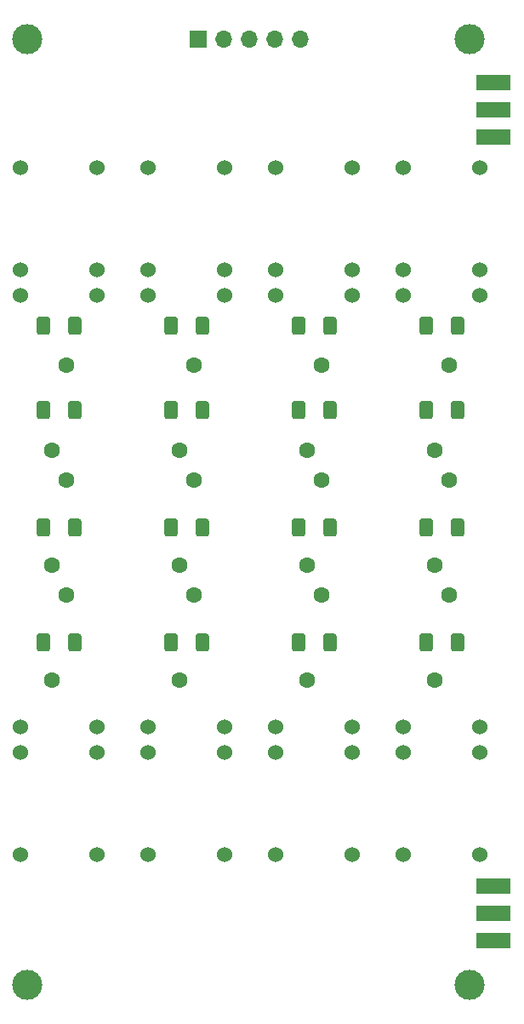
<source format=gbr>
%TF.GenerationSoftware,KiCad,Pcbnew,5.1.9-5.1.9*%
%TF.CreationDate,2021-05-17T13:06:36+03:00*%
%TF.ProjectId,lpf,6c70662e-6b69-4636-9164-5f7063625858,rev?*%
%TF.SameCoordinates,Original*%
%TF.FileFunction,Soldermask,Bot*%
%TF.FilePolarity,Negative*%
%FSLAX46Y46*%
G04 Gerber Fmt 4.6, Leading zero omitted, Abs format (unit mm)*
G04 Created by KiCad (PCBNEW 5.1.9-5.1.9) date 2021-05-17 13:06:36*
%MOMM*%
%LPD*%
G01*
G04 APERTURE LIST*
%ADD10C,3.000000*%
%ADD11C,1.600000*%
%ADD12C,1.524000*%
%ADD13R,3.500000X1.500000*%
%ADD14O,1.700000X1.700000*%
%ADD15R,1.700000X1.700000*%
G04 APERTURE END LIST*
D10*
%TO.C,REF\u002A\u002A*%
X161000000Y-150000000D03*
%TD*%
D11*
%TO.C,L12*%
X157534893Y-119716641D03*
X158949107Y-111231359D03*
%TD*%
%TO.C,L11*%
X144834893Y-119716641D03*
X146249107Y-111231359D03*
%TD*%
%TO.C,L10*%
X132134893Y-119716641D03*
X133549107Y-111231359D03*
%TD*%
%TO.C,L9*%
X119434893Y-119716641D03*
X120849107Y-111231359D03*
%TD*%
%TO.C,L8*%
X157534893Y-108286641D03*
X158949107Y-99801359D03*
%TD*%
%TO.C,L7*%
X144834893Y-108286641D03*
X146249107Y-99801359D03*
%TD*%
%TO.C,L6*%
X132134893Y-108286641D03*
X133549107Y-99801359D03*
%TD*%
%TO.C,L5*%
X119434893Y-108286641D03*
X120849107Y-99801359D03*
%TD*%
%TO.C,L4*%
X157534893Y-96856641D03*
X158949107Y-88371359D03*
%TD*%
%TO.C,L3*%
X144834893Y-96856641D03*
X146249107Y-88371359D03*
%TD*%
%TO.C,L2*%
X132134893Y-96856641D03*
X133549107Y-88371359D03*
%TD*%
%TO.C,L1*%
X119434893Y-96856641D03*
X120849107Y-88371359D03*
%TD*%
D10*
%TO.C,REF\u002A\u002A*%
X117000000Y-150000000D03*
%TD*%
%TO.C,REF\u002A\u002A*%
X161000000Y-56000000D03*
%TD*%
%TO.C,REF\u002A\u002A*%
X117000000Y-56000000D03*
%TD*%
D12*
%TO.C,S8*%
X154432000Y-124380000D03*
X162052000Y-124380000D03*
X162052000Y-126920000D03*
X154432000Y-126920000D03*
X154432000Y-137080000D03*
X162052000Y-137080000D03*
%TD*%
%TO.C,S7*%
X141732000Y-124380000D03*
X149352000Y-124380000D03*
X149352000Y-126920000D03*
X141732000Y-126920000D03*
X141732000Y-137080000D03*
X149352000Y-137080000D03*
%TD*%
%TO.C,S6*%
X129032000Y-124380000D03*
X136652000Y-124380000D03*
X136652000Y-126920000D03*
X129032000Y-126920000D03*
X129032000Y-137080000D03*
X136652000Y-137080000D03*
%TD*%
%TO.C,S5*%
X116332000Y-124380000D03*
X123952000Y-124380000D03*
X123952000Y-126920000D03*
X116332000Y-126920000D03*
X116332000Y-137080000D03*
X123952000Y-137080000D03*
%TD*%
%TO.C,S4*%
X162052000Y-81438000D03*
X154432000Y-81438000D03*
X154432000Y-78898000D03*
X162052000Y-78898000D03*
X162052000Y-68738000D03*
X154432000Y-68738000D03*
%TD*%
%TO.C,S3*%
X149352000Y-81438000D03*
X141732000Y-81438000D03*
X141732000Y-78898000D03*
X149352000Y-78898000D03*
X149352000Y-68738000D03*
X141732000Y-68738000D03*
%TD*%
%TO.C,S2*%
X136652000Y-81438000D03*
X129032000Y-81438000D03*
X129032000Y-78898000D03*
X136652000Y-78898000D03*
X136652000Y-68738000D03*
X129032000Y-68738000D03*
%TD*%
%TO.C,S1*%
X123952000Y-81438000D03*
X116332000Y-81438000D03*
X116332000Y-78898000D03*
X123952000Y-78898000D03*
X123952000Y-68738000D03*
X116332000Y-68738000D03*
%TD*%
D13*
%TO.C,J3*%
X163400000Y-145600000D03*
X163400000Y-140200000D03*
X163400000Y-142900000D03*
%TD*%
%TO.C,J2*%
X163400000Y-65700000D03*
X163400000Y-60300000D03*
X163400000Y-63000000D03*
%TD*%
D14*
%TO.C,J1*%
X144160000Y-56000000D03*
X141620000Y-56000000D03*
X139080000Y-56000000D03*
X136540000Y-56000000D03*
D15*
X134000000Y-56000000D03*
%TD*%
%TO.C,C16*%
G36*
G01*
X159142000Y-116632002D02*
X159142000Y-115331998D01*
G75*
G02*
X159391998Y-115082000I249998J0D01*
G01*
X160217002Y-115082000D01*
G75*
G02*
X160467000Y-115331998I0J-249998D01*
G01*
X160467000Y-116632002D01*
G75*
G02*
X160217002Y-116882000I-249998J0D01*
G01*
X159391998Y-116882000D01*
G75*
G02*
X159142000Y-116632002I0J249998D01*
G01*
G37*
G36*
G01*
X156017000Y-116632002D02*
X156017000Y-115331998D01*
G75*
G02*
X156266998Y-115082000I249998J0D01*
G01*
X157092002Y-115082000D01*
G75*
G02*
X157342000Y-115331998I0J-249998D01*
G01*
X157342000Y-116632002D01*
G75*
G02*
X157092002Y-116882000I-249998J0D01*
G01*
X156266998Y-116882000D01*
G75*
G02*
X156017000Y-116632002I0J249998D01*
G01*
G37*
%TD*%
%TO.C,C15*%
G36*
G01*
X146442000Y-116632002D02*
X146442000Y-115331998D01*
G75*
G02*
X146691998Y-115082000I249998J0D01*
G01*
X147517002Y-115082000D01*
G75*
G02*
X147767000Y-115331998I0J-249998D01*
G01*
X147767000Y-116632002D01*
G75*
G02*
X147517002Y-116882000I-249998J0D01*
G01*
X146691998Y-116882000D01*
G75*
G02*
X146442000Y-116632002I0J249998D01*
G01*
G37*
G36*
G01*
X143317000Y-116632002D02*
X143317000Y-115331998D01*
G75*
G02*
X143566998Y-115082000I249998J0D01*
G01*
X144392002Y-115082000D01*
G75*
G02*
X144642000Y-115331998I0J-249998D01*
G01*
X144642000Y-116632002D01*
G75*
G02*
X144392002Y-116882000I-249998J0D01*
G01*
X143566998Y-116882000D01*
G75*
G02*
X143317000Y-116632002I0J249998D01*
G01*
G37*
%TD*%
%TO.C,C14*%
G36*
G01*
X133742000Y-116632002D02*
X133742000Y-115331998D01*
G75*
G02*
X133991998Y-115082000I249998J0D01*
G01*
X134817002Y-115082000D01*
G75*
G02*
X135067000Y-115331998I0J-249998D01*
G01*
X135067000Y-116632002D01*
G75*
G02*
X134817002Y-116882000I-249998J0D01*
G01*
X133991998Y-116882000D01*
G75*
G02*
X133742000Y-116632002I0J249998D01*
G01*
G37*
G36*
G01*
X130617000Y-116632002D02*
X130617000Y-115331998D01*
G75*
G02*
X130866998Y-115082000I249998J0D01*
G01*
X131692002Y-115082000D01*
G75*
G02*
X131942000Y-115331998I0J-249998D01*
G01*
X131942000Y-116632002D01*
G75*
G02*
X131692002Y-116882000I-249998J0D01*
G01*
X130866998Y-116882000D01*
G75*
G02*
X130617000Y-116632002I0J249998D01*
G01*
G37*
%TD*%
%TO.C,C13*%
G36*
G01*
X121042000Y-116632002D02*
X121042000Y-115331998D01*
G75*
G02*
X121291998Y-115082000I249998J0D01*
G01*
X122117002Y-115082000D01*
G75*
G02*
X122367000Y-115331998I0J-249998D01*
G01*
X122367000Y-116632002D01*
G75*
G02*
X122117002Y-116882000I-249998J0D01*
G01*
X121291998Y-116882000D01*
G75*
G02*
X121042000Y-116632002I0J249998D01*
G01*
G37*
G36*
G01*
X117917000Y-116632002D02*
X117917000Y-115331998D01*
G75*
G02*
X118166998Y-115082000I249998J0D01*
G01*
X118992002Y-115082000D01*
G75*
G02*
X119242000Y-115331998I0J-249998D01*
G01*
X119242000Y-116632002D01*
G75*
G02*
X118992002Y-116882000I-249998J0D01*
G01*
X118166998Y-116882000D01*
G75*
G02*
X117917000Y-116632002I0J249998D01*
G01*
G37*
%TD*%
%TO.C,C12*%
G36*
G01*
X159142000Y-105202002D02*
X159142000Y-103901998D01*
G75*
G02*
X159391998Y-103652000I249998J0D01*
G01*
X160217002Y-103652000D01*
G75*
G02*
X160467000Y-103901998I0J-249998D01*
G01*
X160467000Y-105202002D01*
G75*
G02*
X160217002Y-105452000I-249998J0D01*
G01*
X159391998Y-105452000D01*
G75*
G02*
X159142000Y-105202002I0J249998D01*
G01*
G37*
G36*
G01*
X156017000Y-105202002D02*
X156017000Y-103901998D01*
G75*
G02*
X156266998Y-103652000I249998J0D01*
G01*
X157092002Y-103652000D01*
G75*
G02*
X157342000Y-103901998I0J-249998D01*
G01*
X157342000Y-105202002D01*
G75*
G02*
X157092002Y-105452000I-249998J0D01*
G01*
X156266998Y-105452000D01*
G75*
G02*
X156017000Y-105202002I0J249998D01*
G01*
G37*
%TD*%
%TO.C,C11*%
G36*
G01*
X146442000Y-105202002D02*
X146442000Y-103901998D01*
G75*
G02*
X146691998Y-103652000I249998J0D01*
G01*
X147517002Y-103652000D01*
G75*
G02*
X147767000Y-103901998I0J-249998D01*
G01*
X147767000Y-105202002D01*
G75*
G02*
X147517002Y-105452000I-249998J0D01*
G01*
X146691998Y-105452000D01*
G75*
G02*
X146442000Y-105202002I0J249998D01*
G01*
G37*
G36*
G01*
X143317000Y-105202002D02*
X143317000Y-103901998D01*
G75*
G02*
X143566998Y-103652000I249998J0D01*
G01*
X144392002Y-103652000D01*
G75*
G02*
X144642000Y-103901998I0J-249998D01*
G01*
X144642000Y-105202002D01*
G75*
G02*
X144392002Y-105452000I-249998J0D01*
G01*
X143566998Y-105452000D01*
G75*
G02*
X143317000Y-105202002I0J249998D01*
G01*
G37*
%TD*%
%TO.C,C10*%
G36*
G01*
X133742000Y-105202002D02*
X133742000Y-103901998D01*
G75*
G02*
X133991998Y-103652000I249998J0D01*
G01*
X134817002Y-103652000D01*
G75*
G02*
X135067000Y-103901998I0J-249998D01*
G01*
X135067000Y-105202002D01*
G75*
G02*
X134817002Y-105452000I-249998J0D01*
G01*
X133991998Y-105452000D01*
G75*
G02*
X133742000Y-105202002I0J249998D01*
G01*
G37*
G36*
G01*
X130617000Y-105202002D02*
X130617000Y-103901998D01*
G75*
G02*
X130866998Y-103652000I249998J0D01*
G01*
X131692002Y-103652000D01*
G75*
G02*
X131942000Y-103901998I0J-249998D01*
G01*
X131942000Y-105202002D01*
G75*
G02*
X131692002Y-105452000I-249998J0D01*
G01*
X130866998Y-105452000D01*
G75*
G02*
X130617000Y-105202002I0J249998D01*
G01*
G37*
%TD*%
%TO.C,C9*%
G36*
G01*
X121042000Y-105202002D02*
X121042000Y-103901998D01*
G75*
G02*
X121291998Y-103652000I249998J0D01*
G01*
X122117002Y-103652000D01*
G75*
G02*
X122367000Y-103901998I0J-249998D01*
G01*
X122367000Y-105202002D01*
G75*
G02*
X122117002Y-105452000I-249998J0D01*
G01*
X121291998Y-105452000D01*
G75*
G02*
X121042000Y-105202002I0J249998D01*
G01*
G37*
G36*
G01*
X117917000Y-105202002D02*
X117917000Y-103901998D01*
G75*
G02*
X118166998Y-103652000I249998J0D01*
G01*
X118992002Y-103652000D01*
G75*
G02*
X119242000Y-103901998I0J-249998D01*
G01*
X119242000Y-105202002D01*
G75*
G02*
X118992002Y-105452000I-249998J0D01*
G01*
X118166998Y-105452000D01*
G75*
G02*
X117917000Y-105202002I0J249998D01*
G01*
G37*
%TD*%
%TO.C,C8*%
G36*
G01*
X159142000Y-93518002D02*
X159142000Y-92217998D01*
G75*
G02*
X159391998Y-91968000I249998J0D01*
G01*
X160217002Y-91968000D01*
G75*
G02*
X160467000Y-92217998I0J-249998D01*
G01*
X160467000Y-93518002D01*
G75*
G02*
X160217002Y-93768000I-249998J0D01*
G01*
X159391998Y-93768000D01*
G75*
G02*
X159142000Y-93518002I0J249998D01*
G01*
G37*
G36*
G01*
X156017000Y-93518002D02*
X156017000Y-92217998D01*
G75*
G02*
X156266998Y-91968000I249998J0D01*
G01*
X157092002Y-91968000D01*
G75*
G02*
X157342000Y-92217998I0J-249998D01*
G01*
X157342000Y-93518002D01*
G75*
G02*
X157092002Y-93768000I-249998J0D01*
G01*
X156266998Y-93768000D01*
G75*
G02*
X156017000Y-93518002I0J249998D01*
G01*
G37*
%TD*%
%TO.C,C7*%
G36*
G01*
X146442000Y-93518002D02*
X146442000Y-92217998D01*
G75*
G02*
X146691998Y-91968000I249998J0D01*
G01*
X147517002Y-91968000D01*
G75*
G02*
X147767000Y-92217998I0J-249998D01*
G01*
X147767000Y-93518002D01*
G75*
G02*
X147517002Y-93768000I-249998J0D01*
G01*
X146691998Y-93768000D01*
G75*
G02*
X146442000Y-93518002I0J249998D01*
G01*
G37*
G36*
G01*
X143317000Y-93518002D02*
X143317000Y-92217998D01*
G75*
G02*
X143566998Y-91968000I249998J0D01*
G01*
X144392002Y-91968000D01*
G75*
G02*
X144642000Y-92217998I0J-249998D01*
G01*
X144642000Y-93518002D01*
G75*
G02*
X144392002Y-93768000I-249998J0D01*
G01*
X143566998Y-93768000D01*
G75*
G02*
X143317000Y-93518002I0J249998D01*
G01*
G37*
%TD*%
%TO.C,C6*%
G36*
G01*
X133742000Y-93518002D02*
X133742000Y-92217998D01*
G75*
G02*
X133991998Y-91968000I249998J0D01*
G01*
X134817002Y-91968000D01*
G75*
G02*
X135067000Y-92217998I0J-249998D01*
G01*
X135067000Y-93518002D01*
G75*
G02*
X134817002Y-93768000I-249998J0D01*
G01*
X133991998Y-93768000D01*
G75*
G02*
X133742000Y-93518002I0J249998D01*
G01*
G37*
G36*
G01*
X130617000Y-93518002D02*
X130617000Y-92217998D01*
G75*
G02*
X130866998Y-91968000I249998J0D01*
G01*
X131692002Y-91968000D01*
G75*
G02*
X131942000Y-92217998I0J-249998D01*
G01*
X131942000Y-93518002D01*
G75*
G02*
X131692002Y-93768000I-249998J0D01*
G01*
X130866998Y-93768000D01*
G75*
G02*
X130617000Y-93518002I0J249998D01*
G01*
G37*
%TD*%
%TO.C,C5*%
G36*
G01*
X121042000Y-93518002D02*
X121042000Y-92217998D01*
G75*
G02*
X121291998Y-91968000I249998J0D01*
G01*
X122117002Y-91968000D01*
G75*
G02*
X122367000Y-92217998I0J-249998D01*
G01*
X122367000Y-93518002D01*
G75*
G02*
X122117002Y-93768000I-249998J0D01*
G01*
X121291998Y-93768000D01*
G75*
G02*
X121042000Y-93518002I0J249998D01*
G01*
G37*
G36*
G01*
X117917000Y-93518002D02*
X117917000Y-92217998D01*
G75*
G02*
X118166998Y-91968000I249998J0D01*
G01*
X118992002Y-91968000D01*
G75*
G02*
X119242000Y-92217998I0J-249998D01*
G01*
X119242000Y-93518002D01*
G75*
G02*
X118992002Y-93768000I-249998J0D01*
G01*
X118166998Y-93768000D01*
G75*
G02*
X117917000Y-93518002I0J249998D01*
G01*
G37*
%TD*%
%TO.C,C4*%
G36*
G01*
X159142000Y-85136002D02*
X159142000Y-83835998D01*
G75*
G02*
X159391998Y-83586000I249998J0D01*
G01*
X160217002Y-83586000D01*
G75*
G02*
X160467000Y-83835998I0J-249998D01*
G01*
X160467000Y-85136002D01*
G75*
G02*
X160217002Y-85386000I-249998J0D01*
G01*
X159391998Y-85386000D01*
G75*
G02*
X159142000Y-85136002I0J249998D01*
G01*
G37*
G36*
G01*
X156017000Y-85136002D02*
X156017000Y-83835998D01*
G75*
G02*
X156266998Y-83586000I249998J0D01*
G01*
X157092002Y-83586000D01*
G75*
G02*
X157342000Y-83835998I0J-249998D01*
G01*
X157342000Y-85136002D01*
G75*
G02*
X157092002Y-85386000I-249998J0D01*
G01*
X156266998Y-85386000D01*
G75*
G02*
X156017000Y-85136002I0J249998D01*
G01*
G37*
%TD*%
%TO.C,C3*%
G36*
G01*
X146442000Y-85136002D02*
X146442000Y-83835998D01*
G75*
G02*
X146691998Y-83586000I249998J0D01*
G01*
X147517002Y-83586000D01*
G75*
G02*
X147767000Y-83835998I0J-249998D01*
G01*
X147767000Y-85136002D01*
G75*
G02*
X147517002Y-85386000I-249998J0D01*
G01*
X146691998Y-85386000D01*
G75*
G02*
X146442000Y-85136002I0J249998D01*
G01*
G37*
G36*
G01*
X143317000Y-85136002D02*
X143317000Y-83835998D01*
G75*
G02*
X143566998Y-83586000I249998J0D01*
G01*
X144392002Y-83586000D01*
G75*
G02*
X144642000Y-83835998I0J-249998D01*
G01*
X144642000Y-85136002D01*
G75*
G02*
X144392002Y-85386000I-249998J0D01*
G01*
X143566998Y-85386000D01*
G75*
G02*
X143317000Y-85136002I0J249998D01*
G01*
G37*
%TD*%
%TO.C,C2*%
G36*
G01*
X133742000Y-85136002D02*
X133742000Y-83835998D01*
G75*
G02*
X133991998Y-83586000I249998J0D01*
G01*
X134817002Y-83586000D01*
G75*
G02*
X135067000Y-83835998I0J-249998D01*
G01*
X135067000Y-85136002D01*
G75*
G02*
X134817002Y-85386000I-249998J0D01*
G01*
X133991998Y-85386000D01*
G75*
G02*
X133742000Y-85136002I0J249998D01*
G01*
G37*
G36*
G01*
X130617000Y-85136002D02*
X130617000Y-83835998D01*
G75*
G02*
X130866998Y-83586000I249998J0D01*
G01*
X131692002Y-83586000D01*
G75*
G02*
X131942000Y-83835998I0J-249998D01*
G01*
X131942000Y-85136002D01*
G75*
G02*
X131692002Y-85386000I-249998J0D01*
G01*
X130866998Y-85386000D01*
G75*
G02*
X130617000Y-85136002I0J249998D01*
G01*
G37*
%TD*%
%TO.C,C1*%
G36*
G01*
X121042000Y-85136002D02*
X121042000Y-83835998D01*
G75*
G02*
X121291998Y-83586000I249998J0D01*
G01*
X122117002Y-83586000D01*
G75*
G02*
X122367000Y-83835998I0J-249998D01*
G01*
X122367000Y-85136002D01*
G75*
G02*
X122117002Y-85386000I-249998J0D01*
G01*
X121291998Y-85386000D01*
G75*
G02*
X121042000Y-85136002I0J249998D01*
G01*
G37*
G36*
G01*
X117917000Y-85136002D02*
X117917000Y-83835998D01*
G75*
G02*
X118166998Y-83586000I249998J0D01*
G01*
X118992002Y-83586000D01*
G75*
G02*
X119242000Y-83835998I0J-249998D01*
G01*
X119242000Y-85136002D01*
G75*
G02*
X118992002Y-85386000I-249998J0D01*
G01*
X118166998Y-85386000D01*
G75*
G02*
X117917000Y-85136002I0J249998D01*
G01*
G37*
%TD*%
M02*

</source>
